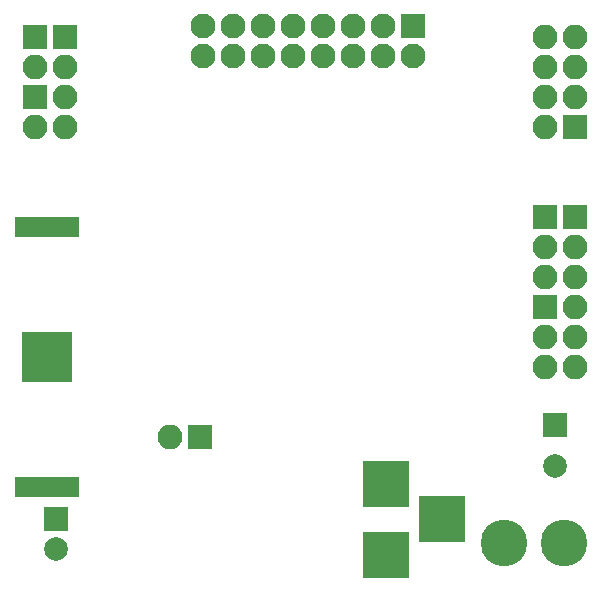
<source format=gbs>
G04 #@! TF.FileFunction,Soldermask,Bot*
%FSLAX46Y46*%
G04 Gerber Fmt 4.6, Leading zero omitted, Abs format (unit mm)*
G04 Created by KiCad (PCBNEW 4.0.7) date Saturday, November 24, 2018 'AMt' 10:44:27 AM*
%MOMM*%
%LPD*%
G01*
G04 APERTURE LIST*
%ADD10C,0.100000*%
%ADD11R,4.360000X4.360000*%
%ADD12R,5.480000X1.670000*%
%ADD13R,2.100000X2.100000*%
%ADD14O,2.100000X2.100000*%
%ADD15R,2.000000X2.000000*%
%ADD16C,2.000000*%
%ADD17C,2.100000*%
%ADD18R,3.900000X3.900000*%
%ADD19C,3.956000*%
G04 APERTURE END LIST*
D10*
D11*
X128000000Y-131250000D03*
D12*
X128000000Y-120265000D03*
X128000000Y-142235000D03*
D13*
X172720000Y-111760000D03*
D14*
X170180000Y-111760000D03*
X172720000Y-109220000D03*
X170180000Y-109220000D03*
X172720000Y-106680000D03*
X170180000Y-106680000D03*
X172720000Y-104140000D03*
X170180000Y-104140000D03*
D15*
X171000000Y-137000000D03*
D16*
X171000000Y-140500000D03*
D15*
X128750000Y-145000000D03*
D16*
X128750000Y-147500000D03*
D13*
X159000000Y-103250000D03*
D17*
X159000000Y-105790000D03*
X156460000Y-103250000D03*
X156460000Y-105790000D03*
X153920000Y-103250000D03*
X153920000Y-105790000D03*
X151380000Y-103250000D03*
X151380000Y-105790000D03*
X148840000Y-103250000D03*
X148840000Y-105790000D03*
X146300000Y-103250000D03*
X146300000Y-105790000D03*
X143760000Y-103250000D03*
X143760000Y-105790000D03*
X141220000Y-103250000D03*
X141220000Y-105790000D03*
D13*
X129540000Y-104140000D03*
D14*
X129540000Y-106680000D03*
D13*
X127000000Y-109220000D03*
D14*
X129540000Y-109220000D03*
X127000000Y-111760000D03*
X129540000Y-111760000D03*
D18*
X156750000Y-142000000D03*
X156750000Y-148000000D03*
X161450000Y-145000000D03*
D13*
X170180000Y-119380000D03*
D14*
X170180000Y-121920000D03*
X170180000Y-124460000D03*
D13*
X170180000Y-127000000D03*
D14*
X170180000Y-129540000D03*
X170180000Y-132080000D03*
D13*
X127000000Y-104140000D03*
D14*
X127000000Y-106680000D03*
D19*
X166710000Y-147000000D03*
X171790000Y-147000000D03*
D13*
X141000000Y-138000000D03*
D14*
X138460000Y-138000000D03*
D13*
X172720000Y-119380000D03*
D14*
X172720000Y-121920000D03*
X172720000Y-124460000D03*
X172720000Y-127000000D03*
X172720000Y-129540000D03*
X172720000Y-132080000D03*
M02*

</source>
